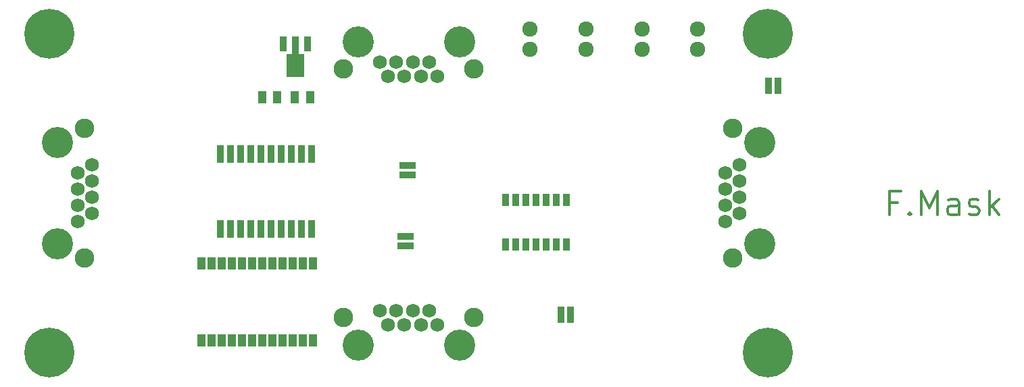
<source format=gts>
G04 (created by PCBNEW (2013-07-07 BZR 4022)-stable) date 24/09/2013 15:52:17*
%MOIN*%
G04 Gerber Fmt 3.4, Leading zero omitted, Abs format*
%FSLAX34Y34*%
G01*
G70*
G90*
G04 APERTURE LIST*
%ADD10C,0.00590551*%
%ADD11C,0.011811*%
%ADD12C,0.0758425*%
%ADD13C,0.246063*%
%ADD14R,0.033474X0.019674*%
%ADD15R,0.019674X0.033474*%
%ADD16R,0.0348425X0.0598425*%
%ADD17R,0.0448425X0.0648425*%
%ADD18C,0.153543*%
%ADD19C,0.0689425*%
%ADD20C,0.0964567*%
%ADD21R,0.0374425X0.0728425*%
%ADD22R,0.0374425X0.0925425*%
%ADD23R,0.0885425X0.118143*%
%ADD24R,0.0334646X0.0885827*%
%ADD25R,0.0398425X0.0598425*%
G04 APERTURE END LIST*
G54D10*
G54D11*
X52840Y-18560D02*
X52446Y-18560D01*
X52446Y-19178D02*
X52446Y-17997D01*
X53008Y-17997D01*
X53458Y-19066D02*
X53515Y-19122D01*
X53458Y-19178D01*
X53402Y-19122D01*
X53458Y-19066D01*
X53458Y-19178D01*
X54021Y-19178D02*
X54021Y-17997D01*
X54415Y-18841D01*
X54808Y-17997D01*
X54808Y-19178D01*
X55877Y-19178D02*
X55877Y-18560D01*
X55821Y-18447D01*
X55708Y-18391D01*
X55483Y-18391D01*
X55371Y-18447D01*
X55877Y-19122D02*
X55764Y-19178D01*
X55483Y-19178D01*
X55371Y-19122D01*
X55314Y-19010D01*
X55314Y-18897D01*
X55371Y-18785D01*
X55483Y-18728D01*
X55764Y-18728D01*
X55877Y-18672D01*
X56383Y-19122D02*
X56496Y-19178D01*
X56721Y-19178D01*
X56833Y-19122D01*
X56889Y-19010D01*
X56889Y-18953D01*
X56833Y-18841D01*
X56721Y-18785D01*
X56552Y-18785D01*
X56439Y-18728D01*
X56383Y-18616D01*
X56383Y-18560D01*
X56439Y-18447D01*
X56552Y-18391D01*
X56721Y-18391D01*
X56833Y-18447D01*
X57395Y-19178D02*
X57395Y-17997D01*
X57508Y-18728D02*
X57845Y-19178D01*
X57845Y-18391D02*
X57395Y-18841D01*
G54D12*
X42997Y-10998D03*
X42997Y-9998D03*
X40241Y-10998D03*
X40241Y-9998D03*
X37485Y-10998D03*
X37485Y-9998D03*
X34729Y-10998D03*
X34729Y-9998D03*
G54D13*
X46456Y-10236D03*
X46456Y-25984D03*
X11023Y-25984D03*
X11023Y-10236D03*
G54D14*
X46504Y-12500D03*
X46504Y-12697D03*
X46504Y-12894D03*
X46504Y-13091D03*
X46957Y-13091D03*
X46957Y-12894D03*
X46957Y-12697D03*
X46957Y-12500D03*
G54D15*
X28405Y-17196D03*
X28602Y-17196D03*
X28799Y-17196D03*
X28996Y-17196D03*
X28996Y-16743D03*
X28799Y-16743D03*
X28602Y-16743D03*
X28405Y-16743D03*
G54D14*
X36724Y-24389D03*
X36724Y-24192D03*
X36724Y-23995D03*
X36724Y-23798D03*
X36271Y-23798D03*
X36271Y-23995D03*
X36271Y-24192D03*
X36271Y-24389D03*
G54D16*
X33539Y-20627D03*
X34039Y-20627D03*
X34539Y-20627D03*
X35039Y-20627D03*
X35539Y-20627D03*
X36039Y-20627D03*
X36539Y-20627D03*
X36539Y-18427D03*
X36039Y-18427D03*
X35539Y-18427D03*
X35039Y-18427D03*
X34539Y-18427D03*
X34039Y-18427D03*
X33539Y-18427D03*
G54D15*
X28877Y-20244D03*
X28680Y-20244D03*
X28483Y-20244D03*
X28286Y-20244D03*
X28286Y-20697D03*
X28483Y-20697D03*
X28680Y-20697D03*
X28877Y-20697D03*
G54D17*
X21514Y-13385D03*
X22264Y-13385D03*
X23878Y-13385D03*
X23128Y-13385D03*
G54D18*
X26240Y-10629D03*
X31240Y-10629D03*
G54D19*
X27334Y-11629D03*
X27736Y-12330D03*
X28137Y-11629D03*
X28539Y-12330D03*
X28940Y-11629D03*
X29342Y-12330D03*
X29744Y-11629D03*
X30145Y-12330D03*
G54D20*
X25539Y-11980D03*
X31940Y-11980D03*
G54D18*
X46062Y-15610D03*
X46062Y-20610D03*
G54D19*
X45062Y-16704D03*
X44362Y-17106D03*
X45062Y-17507D03*
X44362Y-17909D03*
X45062Y-18311D03*
X44362Y-18712D03*
X45062Y-19114D03*
X44362Y-19515D03*
G54D20*
X44712Y-14909D03*
X44712Y-21311D03*
G54D18*
X11417Y-20610D03*
X11417Y-15610D03*
G54D19*
X12417Y-19515D03*
X13118Y-19114D03*
X12417Y-18712D03*
X13118Y-18311D03*
X12417Y-17909D03*
X13118Y-17507D03*
X12417Y-17106D03*
X13118Y-16704D03*
G54D20*
X12767Y-21311D03*
X12767Y-14909D03*
G54D18*
X31240Y-25590D03*
X26240Y-25590D03*
G54D19*
X30145Y-24590D03*
X29744Y-23889D03*
X29342Y-24590D03*
X28940Y-23889D03*
X28539Y-24590D03*
X28137Y-23889D03*
X27736Y-24590D03*
X27334Y-23889D03*
G54D20*
X31940Y-24240D03*
X25539Y-24240D03*
G54D21*
X23740Y-10748D03*
G54D22*
X23149Y-10846D03*
G54D21*
X22558Y-10748D03*
G54D23*
X23149Y-11791D03*
G54D24*
X23942Y-16181D03*
X23442Y-16181D03*
X22942Y-16181D03*
X22442Y-16181D03*
X21942Y-16181D03*
X21442Y-16181D03*
X20942Y-16181D03*
X20442Y-16181D03*
X19942Y-16181D03*
X19442Y-16181D03*
X19442Y-19881D03*
X19942Y-19881D03*
X20442Y-19881D03*
X20942Y-19881D03*
X21442Y-19881D03*
X21942Y-19881D03*
X22442Y-19881D03*
X22942Y-19881D03*
X23442Y-19881D03*
X23942Y-19881D03*
G54D25*
X24009Y-21564D03*
X23509Y-21564D03*
X23009Y-21564D03*
X22509Y-21564D03*
X22009Y-21564D03*
X21509Y-21564D03*
X21009Y-21564D03*
X20509Y-21564D03*
X20009Y-21564D03*
X19509Y-21564D03*
X19009Y-21564D03*
X18509Y-21564D03*
X24009Y-25364D03*
X23509Y-25364D03*
X23009Y-25364D03*
X22509Y-25364D03*
X22009Y-25364D03*
X21509Y-25364D03*
X21009Y-25364D03*
X20509Y-25364D03*
X20009Y-25364D03*
X19509Y-25364D03*
X19009Y-25364D03*
X18509Y-25364D03*
M02*

</source>
